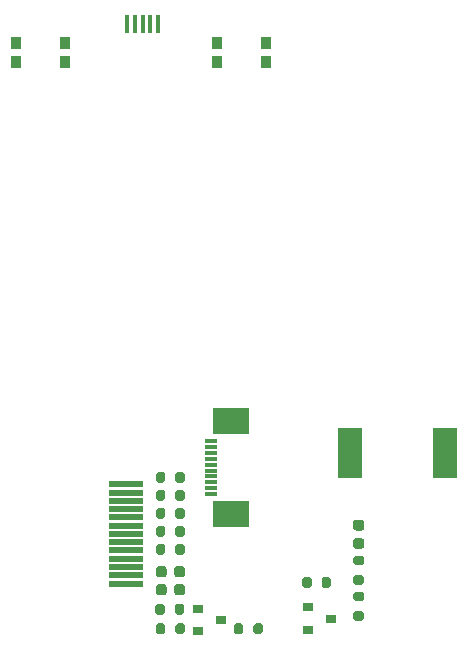
<source format=gbp>
%TF.GenerationSoftware,KiCad,Pcbnew,(5.1.8)-1*%
%TF.CreationDate,2020-12-22T12:44:13-05:00*%
%TF.ProjectId,uratt,75726174-742e-46b6-9963-61645f706362,rev?*%
%TF.SameCoordinates,Original*%
%TF.FileFunction,Paste,Bot*%
%TF.FilePolarity,Positive*%
%FSLAX46Y46*%
G04 Gerber Fmt 4.6, Leading zero omitted, Abs format (unit mm)*
G04 Created by KiCad (PCBNEW (5.1.8)-1) date 2020-12-22 12:44:13*
%MOMM*%
%LPD*%
G01*
G04 APERTURE LIST*
%ADD10R,3.100000X2.300000*%
%ADD11R,1.100000X0.300000*%
%ADD12R,2.000000X4.200000*%
%ADD13R,0.450000X1.500000*%
%ADD14R,3.000000X0.500000*%
%ADD15R,0.900000X0.800000*%
%ADD16R,0.900000X1.000000*%
G04 APERTURE END LIST*
D10*
%TO.C,J9*%
X63596000Y-106200000D03*
X63596000Y-98360000D03*
D11*
X61896000Y-104530000D03*
X61896000Y-104030000D03*
X61896000Y-103530000D03*
X61896000Y-103030000D03*
X61896000Y-102530000D03*
X61896000Y-102030000D03*
X61896000Y-101530000D03*
X61896000Y-101030000D03*
X61896000Y-100530000D03*
X61896000Y-100030000D03*
%TD*%
D12*
%TO.C,BZ2*%
X73724000Y-101076000D03*
X81724000Y-101076000D03*
%TD*%
D13*
%TO.C,J1*%
X57434000Y-64765001D03*
X54834000Y-64765001D03*
X56784000Y-64765001D03*
X55484000Y-64765001D03*
X56134000Y-64765001D03*
%TD*%
D14*
%TO.C,LCD1*%
X54719000Y-112100000D03*
X54719000Y-111400000D03*
X54719000Y-110700000D03*
X54719000Y-110000000D03*
X54719000Y-109300000D03*
X54719000Y-108600000D03*
X54719000Y-107900000D03*
X54719000Y-107200000D03*
X54719000Y-106500000D03*
X54719000Y-105800000D03*
X54719000Y-105100000D03*
X54719000Y-104400000D03*
X54719000Y-103700000D03*
%TD*%
%TO.C,R53*%
G36*
G01*
X74147000Y-114455000D02*
X74697000Y-114455000D01*
G75*
G02*
X74897000Y-114655000I0J-200000D01*
G01*
X74897000Y-115055000D01*
G75*
G02*
X74697000Y-115255000I-200000J0D01*
G01*
X74147000Y-115255000D01*
G75*
G02*
X73947000Y-115055000I0J200000D01*
G01*
X73947000Y-114655000D01*
G75*
G02*
X74147000Y-114455000I200000J0D01*
G01*
G37*
G36*
G01*
X74147000Y-112805000D02*
X74697000Y-112805000D01*
G75*
G02*
X74897000Y-113005000I0J-200000D01*
G01*
X74897000Y-113405000D01*
G75*
G02*
X74697000Y-113605000I-200000J0D01*
G01*
X74147000Y-113605000D01*
G75*
G02*
X73947000Y-113405000I0J200000D01*
G01*
X73947000Y-113005000D01*
G75*
G02*
X74147000Y-112805000I200000J0D01*
G01*
G37*
%TD*%
%TO.C,R52*%
G36*
G01*
X71291000Y-112289000D02*
X71291000Y-111739000D01*
G75*
G02*
X71491000Y-111539000I200000J0D01*
G01*
X71891000Y-111539000D01*
G75*
G02*
X72091000Y-111739000I0J-200000D01*
G01*
X72091000Y-112289000D01*
G75*
G02*
X71891000Y-112489000I-200000J0D01*
G01*
X71491000Y-112489000D01*
G75*
G02*
X71291000Y-112289000I0J200000D01*
G01*
G37*
G36*
G01*
X69641000Y-112289000D02*
X69641000Y-111739000D01*
G75*
G02*
X69841000Y-111539000I200000J0D01*
G01*
X70241000Y-111539000D01*
G75*
G02*
X70441000Y-111739000I0J-200000D01*
G01*
X70441000Y-112289000D01*
G75*
G02*
X70241000Y-112489000I-200000J0D01*
G01*
X69841000Y-112489000D01*
G75*
G02*
X69641000Y-112289000I0J200000D01*
G01*
G37*
%TD*%
D15*
%TO.C,Q4*%
X72120000Y-115062000D03*
X70120000Y-114112000D03*
X70120000Y-116012000D03*
%TD*%
D16*
%TO.C,SW2*%
X66566000Y-66314001D03*
X66566000Y-67914001D03*
X62466000Y-66314001D03*
X62466000Y-67914001D03*
%TD*%
%TO.C,SW1*%
X49548000Y-66314001D03*
X49548000Y-67914001D03*
X45448000Y-66314001D03*
X45448000Y-67914001D03*
%TD*%
%TO.C,R51*%
G36*
G01*
X58845000Y-114559000D02*
X58845000Y-114009000D01*
G75*
G02*
X59045000Y-113809000I200000J0D01*
G01*
X59445000Y-113809000D01*
G75*
G02*
X59645000Y-114009000I0J-200000D01*
G01*
X59645000Y-114559000D01*
G75*
G02*
X59445000Y-114759000I-200000J0D01*
G01*
X59045000Y-114759000D01*
G75*
G02*
X58845000Y-114559000I0J200000D01*
G01*
G37*
G36*
G01*
X57195000Y-114559000D02*
X57195000Y-114009000D01*
G75*
G02*
X57395000Y-113809000I200000J0D01*
G01*
X57795000Y-113809000D01*
G75*
G02*
X57995000Y-114009000I0J-200000D01*
G01*
X57995000Y-114559000D01*
G75*
G02*
X57795000Y-114759000I-200000J0D01*
G01*
X57395000Y-114759000D01*
G75*
G02*
X57195000Y-114559000I0J200000D01*
G01*
G37*
%TD*%
%TO.C,R50*%
G36*
G01*
X58907000Y-103383000D02*
X58907000Y-102833000D01*
G75*
G02*
X59107000Y-102633000I200000J0D01*
G01*
X59507000Y-102633000D01*
G75*
G02*
X59707000Y-102833000I0J-200000D01*
G01*
X59707000Y-103383000D01*
G75*
G02*
X59507000Y-103583000I-200000J0D01*
G01*
X59107000Y-103583000D01*
G75*
G02*
X58907000Y-103383000I0J200000D01*
G01*
G37*
G36*
G01*
X57257000Y-103383000D02*
X57257000Y-102833000D01*
G75*
G02*
X57457000Y-102633000I200000J0D01*
G01*
X57857000Y-102633000D01*
G75*
G02*
X58057000Y-102833000I0J-200000D01*
G01*
X58057000Y-103383000D01*
G75*
G02*
X57857000Y-103583000I-200000J0D01*
G01*
X57457000Y-103583000D01*
G75*
G02*
X57257000Y-103383000I0J200000D01*
G01*
G37*
%TD*%
%TO.C,R49*%
G36*
G01*
X58907000Y-106431000D02*
X58907000Y-105881000D01*
G75*
G02*
X59107000Y-105681000I200000J0D01*
G01*
X59507000Y-105681000D01*
G75*
G02*
X59707000Y-105881000I0J-200000D01*
G01*
X59707000Y-106431000D01*
G75*
G02*
X59507000Y-106631000I-200000J0D01*
G01*
X59107000Y-106631000D01*
G75*
G02*
X58907000Y-106431000I0J200000D01*
G01*
G37*
G36*
G01*
X57257000Y-106431000D02*
X57257000Y-105881000D01*
G75*
G02*
X57457000Y-105681000I200000J0D01*
G01*
X57857000Y-105681000D01*
G75*
G02*
X58057000Y-105881000I0J-200000D01*
G01*
X58057000Y-106431000D01*
G75*
G02*
X57857000Y-106631000I-200000J0D01*
G01*
X57457000Y-106631000D01*
G75*
G02*
X57257000Y-106431000I0J200000D01*
G01*
G37*
%TD*%
%TO.C,R48*%
G36*
G01*
X58907000Y-109479000D02*
X58907000Y-108929000D01*
G75*
G02*
X59107000Y-108729000I200000J0D01*
G01*
X59507000Y-108729000D01*
G75*
G02*
X59707000Y-108929000I0J-200000D01*
G01*
X59707000Y-109479000D01*
G75*
G02*
X59507000Y-109679000I-200000J0D01*
G01*
X59107000Y-109679000D01*
G75*
G02*
X58907000Y-109479000I0J200000D01*
G01*
G37*
G36*
G01*
X57257000Y-109479000D02*
X57257000Y-108929000D01*
G75*
G02*
X57457000Y-108729000I200000J0D01*
G01*
X57857000Y-108729000D01*
G75*
G02*
X58057000Y-108929000I0J-200000D01*
G01*
X58057000Y-109479000D01*
G75*
G02*
X57857000Y-109679000I-200000J0D01*
G01*
X57457000Y-109679000D01*
G75*
G02*
X57257000Y-109479000I0J200000D01*
G01*
G37*
%TD*%
%TO.C,R47*%
G36*
G01*
X58907000Y-104907000D02*
X58907000Y-104357000D01*
G75*
G02*
X59107000Y-104157000I200000J0D01*
G01*
X59507000Y-104157000D01*
G75*
G02*
X59707000Y-104357000I0J-200000D01*
G01*
X59707000Y-104907000D01*
G75*
G02*
X59507000Y-105107000I-200000J0D01*
G01*
X59107000Y-105107000D01*
G75*
G02*
X58907000Y-104907000I0J200000D01*
G01*
G37*
G36*
G01*
X57257000Y-104907000D02*
X57257000Y-104357000D01*
G75*
G02*
X57457000Y-104157000I200000J0D01*
G01*
X57857000Y-104157000D01*
G75*
G02*
X58057000Y-104357000I0J-200000D01*
G01*
X58057000Y-104907000D01*
G75*
G02*
X57857000Y-105107000I-200000J0D01*
G01*
X57457000Y-105107000D01*
G75*
G02*
X57257000Y-104907000I0J200000D01*
G01*
G37*
%TD*%
%TO.C,R46*%
G36*
G01*
X58907000Y-107955000D02*
X58907000Y-107405000D01*
G75*
G02*
X59107000Y-107205000I200000J0D01*
G01*
X59507000Y-107205000D01*
G75*
G02*
X59707000Y-107405000I0J-200000D01*
G01*
X59707000Y-107955000D01*
G75*
G02*
X59507000Y-108155000I-200000J0D01*
G01*
X59107000Y-108155000D01*
G75*
G02*
X58907000Y-107955000I0J200000D01*
G01*
G37*
G36*
G01*
X57257000Y-107955000D02*
X57257000Y-107405000D01*
G75*
G02*
X57457000Y-107205000I200000J0D01*
G01*
X57857000Y-107205000D01*
G75*
G02*
X58057000Y-107405000I0J-200000D01*
G01*
X58057000Y-107955000D01*
G75*
G02*
X57857000Y-108155000I-200000J0D01*
G01*
X57457000Y-108155000D01*
G75*
G02*
X57257000Y-107955000I0J200000D01*
G01*
G37*
%TD*%
%TO.C,R45*%
G36*
G01*
X58907000Y-116211000D02*
X58907000Y-115661000D01*
G75*
G02*
X59107000Y-115461000I200000J0D01*
G01*
X59507000Y-115461000D01*
G75*
G02*
X59707000Y-115661000I0J-200000D01*
G01*
X59707000Y-116211000D01*
G75*
G02*
X59507000Y-116411000I-200000J0D01*
G01*
X59107000Y-116411000D01*
G75*
G02*
X58907000Y-116211000I0J200000D01*
G01*
G37*
G36*
G01*
X57257000Y-116211000D02*
X57257000Y-115661000D01*
G75*
G02*
X57457000Y-115461000I200000J0D01*
G01*
X57857000Y-115461000D01*
G75*
G02*
X58057000Y-115661000I0J-200000D01*
G01*
X58057000Y-116211000D01*
G75*
G02*
X57857000Y-116411000I-200000J0D01*
G01*
X57457000Y-116411000D01*
G75*
G02*
X57257000Y-116211000I0J200000D01*
G01*
G37*
%TD*%
%TO.C,R44*%
G36*
G01*
X65511000Y-116211000D02*
X65511000Y-115661000D01*
G75*
G02*
X65711000Y-115461000I200000J0D01*
G01*
X66111000Y-115461000D01*
G75*
G02*
X66311000Y-115661000I0J-200000D01*
G01*
X66311000Y-116211000D01*
G75*
G02*
X66111000Y-116411000I-200000J0D01*
G01*
X65711000Y-116411000D01*
G75*
G02*
X65511000Y-116211000I0J200000D01*
G01*
G37*
G36*
G01*
X63861000Y-116211000D02*
X63861000Y-115661000D01*
G75*
G02*
X64061000Y-115461000I200000J0D01*
G01*
X64461000Y-115461000D01*
G75*
G02*
X64661000Y-115661000I0J-200000D01*
G01*
X64661000Y-116211000D01*
G75*
G02*
X64461000Y-116411000I-200000J0D01*
G01*
X64061000Y-116411000D01*
G75*
G02*
X63861000Y-116211000I0J200000D01*
G01*
G37*
%TD*%
%TO.C,R43*%
G36*
G01*
X74697000Y-110557000D02*
X74147000Y-110557000D01*
G75*
G02*
X73947000Y-110357000I0J200000D01*
G01*
X73947000Y-109957000D01*
G75*
G02*
X74147000Y-109757000I200000J0D01*
G01*
X74697000Y-109757000D01*
G75*
G02*
X74897000Y-109957000I0J-200000D01*
G01*
X74897000Y-110357000D01*
G75*
G02*
X74697000Y-110557000I-200000J0D01*
G01*
G37*
G36*
G01*
X74697000Y-112207000D02*
X74147000Y-112207000D01*
G75*
G02*
X73947000Y-112007000I0J200000D01*
G01*
X73947000Y-111607000D01*
G75*
G02*
X74147000Y-111407000I200000J0D01*
G01*
X74697000Y-111407000D01*
G75*
G02*
X74897000Y-111607000I0J-200000D01*
G01*
X74897000Y-112007000D01*
G75*
G02*
X74697000Y-112207000I-200000J0D01*
G01*
G37*
%TD*%
D15*
%TO.C,Q3*%
X62784000Y-115174000D03*
X60784000Y-114224000D03*
X60784000Y-116124000D03*
%TD*%
%TO.C,C34*%
G36*
G01*
X58807000Y-112884000D02*
X58807000Y-112384000D01*
G75*
G02*
X59032000Y-112159000I225000J0D01*
G01*
X59482000Y-112159000D01*
G75*
G02*
X59707000Y-112384000I0J-225000D01*
G01*
X59707000Y-112884000D01*
G75*
G02*
X59482000Y-113109000I-225000J0D01*
G01*
X59032000Y-113109000D01*
G75*
G02*
X58807000Y-112884000I0J225000D01*
G01*
G37*
G36*
G01*
X57257000Y-112884000D02*
X57257000Y-112384000D01*
G75*
G02*
X57482000Y-112159000I225000J0D01*
G01*
X57932000Y-112159000D01*
G75*
G02*
X58157000Y-112384000I0J-225000D01*
G01*
X58157000Y-112884000D01*
G75*
G02*
X57932000Y-113109000I-225000J0D01*
G01*
X57482000Y-113109000D01*
G75*
G02*
X57257000Y-112884000I0J225000D01*
G01*
G37*
%TD*%
%TO.C,C33*%
G36*
G01*
X58807000Y-111360000D02*
X58807000Y-110860000D01*
G75*
G02*
X59032000Y-110635000I225000J0D01*
G01*
X59482000Y-110635000D01*
G75*
G02*
X59707000Y-110860000I0J-225000D01*
G01*
X59707000Y-111360000D01*
G75*
G02*
X59482000Y-111585000I-225000J0D01*
G01*
X59032000Y-111585000D01*
G75*
G02*
X58807000Y-111360000I0J225000D01*
G01*
G37*
G36*
G01*
X57257000Y-111360000D02*
X57257000Y-110860000D01*
G75*
G02*
X57482000Y-110635000I225000J0D01*
G01*
X57932000Y-110635000D01*
G75*
G02*
X58157000Y-110860000I0J-225000D01*
G01*
X58157000Y-111360000D01*
G75*
G02*
X57932000Y-111585000I-225000J0D01*
G01*
X57482000Y-111585000D01*
G75*
G02*
X57257000Y-111360000I0J225000D01*
G01*
G37*
%TD*%
%TO.C,C32*%
G36*
G01*
X74672000Y-107609000D02*
X74172000Y-107609000D01*
G75*
G02*
X73947000Y-107384000I0J225000D01*
G01*
X73947000Y-106934000D01*
G75*
G02*
X74172000Y-106709000I225000J0D01*
G01*
X74672000Y-106709000D01*
G75*
G02*
X74897000Y-106934000I0J-225000D01*
G01*
X74897000Y-107384000D01*
G75*
G02*
X74672000Y-107609000I-225000J0D01*
G01*
G37*
G36*
G01*
X74672000Y-109159000D02*
X74172000Y-109159000D01*
G75*
G02*
X73947000Y-108934000I0J225000D01*
G01*
X73947000Y-108484000D01*
G75*
G02*
X74172000Y-108259000I225000J0D01*
G01*
X74672000Y-108259000D01*
G75*
G02*
X74897000Y-108484000I0J-225000D01*
G01*
X74897000Y-108934000D01*
G75*
G02*
X74672000Y-109159000I-225000J0D01*
G01*
G37*
%TD*%
M02*

</source>
